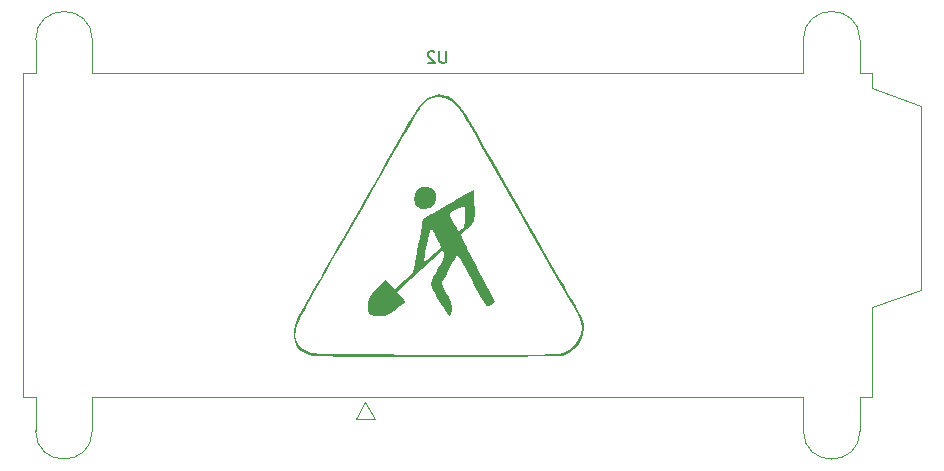
<source format=gbr>
%TF.GenerationSoftware,KiCad,Pcbnew,8.0.9-8.0.9-0~ubuntu24.04.1*%
%TF.CreationDate,2025-02-24T19:57:28+02:00*%
%TF.ProjectId,LRL5,4c524c35-2e6b-4696-9361-645f70636258,rev?*%
%TF.SameCoordinates,Original*%
%TF.FileFunction,Legend,Bot*%
%TF.FilePolarity,Positive*%
%FSLAX46Y46*%
G04 Gerber Fmt 4.6, Leading zero omitted, Abs format (unit mm)*
G04 Created by KiCad (PCBNEW 8.0.9-8.0.9-0~ubuntu24.04.1) date 2025-02-24 19:57:28*
%MOMM*%
%LPD*%
G01*
G04 APERTURE LIST*
%ADD10C,0.150000*%
%ADD11C,0.120000*%
%ADD12C,0.000000*%
G04 APERTURE END LIST*
D10*
X224361904Y-35654819D02*
X224361904Y-36464342D01*
X224361904Y-36464342D02*
X224314285Y-36559580D01*
X224314285Y-36559580D02*
X224266666Y-36607200D01*
X224266666Y-36607200D02*
X224171428Y-36654819D01*
X224171428Y-36654819D02*
X223980952Y-36654819D01*
X223980952Y-36654819D02*
X223885714Y-36607200D01*
X223885714Y-36607200D02*
X223838095Y-36559580D01*
X223838095Y-36559580D02*
X223790476Y-36464342D01*
X223790476Y-36464342D02*
X223790476Y-35654819D01*
X223361904Y-35750057D02*
X223314285Y-35702438D01*
X223314285Y-35702438D02*
X223219047Y-35654819D01*
X223219047Y-35654819D02*
X222980952Y-35654819D01*
X222980952Y-35654819D02*
X222885714Y-35702438D01*
X222885714Y-35702438D02*
X222838095Y-35750057D01*
X222838095Y-35750057D02*
X222790476Y-35845295D01*
X222790476Y-35845295D02*
X222790476Y-35940533D01*
X222790476Y-35940533D02*
X222838095Y-36083390D01*
X222838095Y-36083390D02*
X223409523Y-36654819D01*
X223409523Y-36654819D02*
X222790476Y-36654819D01*
D11*
%TO.C,U2*%
X188550000Y-37550000D02*
X188550000Y-64950000D01*
X188550000Y-64950000D02*
X189600000Y-64950000D01*
X189600000Y-34700000D02*
X189600000Y-37550000D01*
X189600000Y-37550000D02*
X188550000Y-37550000D01*
X189600000Y-64950000D02*
X189600000Y-67800000D01*
X194400000Y-37550000D02*
X194400000Y-34700000D01*
X194400000Y-64950000D02*
X254600000Y-64950000D01*
X194400000Y-67800000D02*
X194400000Y-64950000D01*
X216700000Y-66800000D02*
X217500000Y-65400000D01*
X216700000Y-66800000D02*
X218300000Y-66800000D01*
X217500000Y-65400000D02*
X218300000Y-66800000D01*
X254600000Y-34700000D02*
X254600000Y-37550000D01*
X254600000Y-37550000D02*
X194400000Y-37550000D01*
X254600000Y-64950000D02*
X254600000Y-67800000D01*
X259400000Y-37550000D02*
X259400000Y-34700000D01*
X259400000Y-64950000D02*
X260450000Y-64950000D01*
X259400000Y-67800000D02*
X259400000Y-64950000D01*
X260450000Y-37550000D02*
X259400000Y-37550000D01*
X260450000Y-38800000D02*
X260450000Y-37550000D01*
X260450000Y-57300000D02*
X264550000Y-55900000D01*
X260450000Y-64950000D02*
X260450000Y-57300000D01*
X264550000Y-40300000D02*
X260450000Y-38800000D01*
X264550000Y-55900000D02*
X264550000Y-40300000D01*
X189600000Y-34700000D02*
G75*
G02*
X194400000Y-34700000I2400000J0D01*
G01*
X194400000Y-67800000D02*
G75*
G02*
X189600000Y-67800000I-2400000J0D01*
G01*
X254600000Y-34700000D02*
G75*
G02*
X259400000Y-34700000I2400000J0D01*
G01*
X259400000Y-67800000D02*
G75*
G02*
X254600000Y-67800000I-2400000J0D01*
G01*
D12*
%TO.C,G\u002A\u002A\u002A*%
G36*
X223127439Y-47276431D02*
G01*
X223388279Y-47521590D01*
X223522908Y-47840540D01*
X223527557Y-48193079D01*
X223401794Y-48541034D01*
X223145186Y-48846229D01*
X222915664Y-48984138D01*
X222574160Y-49055426D01*
X222231718Y-49009126D01*
X221935954Y-48853640D01*
X221734484Y-48597366D01*
X221711449Y-48543515D01*
X221630088Y-48157632D01*
X221684096Y-47801330D01*
X221848981Y-47497833D01*
X222100250Y-47270369D01*
X222413410Y-47142163D01*
X222763971Y-47136442D01*
X223127439Y-47276431D01*
G37*
G36*
X226754939Y-49775659D02*
G01*
X226694630Y-50065779D01*
X226586234Y-50288459D01*
X226421609Y-50473224D01*
X226192616Y-50649599D01*
X226125530Y-50695446D01*
X225918599Y-50836005D01*
X225767007Y-50955123D01*
X225673274Y-51074426D01*
X225639919Y-51215542D01*
X225669459Y-51400098D01*
X225764415Y-51649721D01*
X225927304Y-51986038D01*
X226084665Y-52285894D01*
X226160646Y-52430677D01*
X226466959Y-53005263D01*
X226545821Y-53153886D01*
X226858177Y-53745831D01*
X227175816Y-54352329D01*
X227477423Y-54932426D01*
X227741685Y-55445170D01*
X227947288Y-55849608D01*
X228486975Y-56923550D01*
X228203994Y-57098442D01*
X228156103Y-57127053D01*
X227947570Y-57231208D01*
X227802439Y-57273334D01*
X227790491Y-57269786D01*
X227696011Y-57167803D01*
X227548758Y-56944250D01*
X227364792Y-56625061D01*
X227160170Y-56236167D01*
X226843146Y-55615455D01*
X226526028Y-55008298D01*
X226225663Y-54446239D01*
X225951911Y-53946987D01*
X225714635Y-53528254D01*
X225523698Y-53207748D01*
X225388962Y-53003180D01*
X225320290Y-52932260D01*
X225304422Y-52941958D01*
X225214336Y-53059941D01*
X225071185Y-53287355D01*
X224891924Y-53593161D01*
X224693504Y-53946321D01*
X224492877Y-54315796D01*
X224306997Y-54670549D01*
X224152816Y-54979541D01*
X224047286Y-55211734D01*
X224007361Y-55336089D01*
X224015751Y-55381829D01*
X224088091Y-55566982D01*
X224218767Y-55837393D01*
X224388583Y-56151978D01*
X224490461Y-56338440D01*
X224733615Y-56872988D01*
X224858745Y-57322431D01*
X224863825Y-57676734D01*
X224746829Y-57925865D01*
X224573979Y-58112731D01*
X223984205Y-57163865D01*
X223920235Y-57060796D01*
X223615021Y-56562420D01*
X223390184Y-56179390D01*
X223234626Y-55889771D01*
X223137251Y-55671631D01*
X223086964Y-55503034D01*
X223072667Y-55362047D01*
X223078915Y-55318457D01*
X223147605Y-55117981D01*
X223280125Y-54816422D01*
X223461468Y-54446595D01*
X223676632Y-54041310D01*
X223888133Y-53653870D01*
X224057374Y-53329231D01*
X224161288Y-53101345D01*
X224210156Y-52943693D01*
X224214261Y-52829756D01*
X224183886Y-52733015D01*
X224087175Y-52520758D01*
X223347088Y-53176422D01*
X223124976Y-53374316D01*
X222743869Y-53716665D01*
X222304763Y-54113440D01*
X221845946Y-54530024D01*
X221405705Y-54931797D01*
X220204410Y-56031509D01*
X220540108Y-56412881D01*
X220687834Y-56590722D01*
X220813246Y-56767339D01*
X220852403Y-56861815D01*
X220835942Y-56891470D01*
X220706994Y-57029876D01*
X220486763Y-57222646D01*
X220212572Y-57440820D01*
X219921746Y-57655437D01*
X219651607Y-57837538D01*
X219439478Y-57958161D01*
X219400224Y-57976300D01*
X219133968Y-58073508D01*
X218862796Y-58109489D01*
X218506606Y-58096087D01*
X218316220Y-58076919D01*
X218017470Y-58007575D01*
X217842104Y-57872641D01*
X217759407Y-57639258D01*
X217738667Y-57274572D01*
X217761757Y-57003159D01*
X217932812Y-56490186D01*
X218271310Y-55978311D01*
X218778191Y-55465903D01*
X219267381Y-55041370D01*
X219641899Y-55408931D01*
X220016416Y-55776492D01*
X220349633Y-55487746D01*
X220443722Y-55406906D01*
X220746113Y-55152576D01*
X221033716Y-54916850D01*
X221157589Y-54812165D01*
X221368234Y-54611002D01*
X221503219Y-54451183D01*
X221543783Y-54340256D01*
X221610808Y-54079918D01*
X221695960Y-53698762D01*
X221744264Y-53463590D01*
X222498618Y-53463590D01*
X222556287Y-53441834D01*
X222711033Y-53333167D01*
X222930902Y-53161556D01*
X223184336Y-52953474D01*
X223439777Y-52735394D01*
X223665666Y-52533789D01*
X223830444Y-52375132D01*
X223902554Y-52285894D01*
X223888789Y-52212976D01*
X223815922Y-52012077D01*
X223694260Y-51721457D01*
X223537722Y-51375839D01*
X223432753Y-51154667D01*
X223285735Y-50864595D01*
X223183973Y-50702249D01*
X223114796Y-50649142D01*
X223065538Y-50686789D01*
X223046261Y-50735003D01*
X222988893Y-50938204D01*
X222911825Y-51258327D01*
X222822740Y-51662656D01*
X222729321Y-52118475D01*
X222680016Y-52371376D01*
X222601905Y-52788621D01*
X222542215Y-53129680D01*
X222506076Y-53364641D01*
X222498618Y-53463590D01*
X221744264Y-53463590D01*
X221794073Y-53221095D01*
X221899980Y-52671228D01*
X222008516Y-52073468D01*
X222107974Y-51512572D01*
X222203487Y-50981068D01*
X222286145Y-50528483D01*
X222351891Y-50176792D01*
X222396669Y-49947968D01*
X222416421Y-49863987D01*
X222424299Y-49858529D01*
X222560039Y-49774583D01*
X222813181Y-49624823D01*
X223066361Y-49477348D01*
X224664840Y-49477348D01*
X224702952Y-49659045D01*
X224829662Y-49925309D01*
X225038704Y-50309500D01*
X225092349Y-50406315D01*
X225247439Y-50670152D01*
X225369260Y-50854189D01*
X225435146Y-50923334D01*
X225450264Y-50919287D01*
X225563510Y-50838230D01*
X225723827Y-50685867D01*
X225746882Y-50661595D01*
X225842650Y-50546342D01*
X225902667Y-50421695D01*
X225935246Y-50247673D01*
X225948697Y-49984298D01*
X225951334Y-49591587D01*
X225951334Y-48734773D01*
X225276059Y-49045887D01*
X225144757Y-49106067D01*
X224879476Y-49234219D01*
X224721592Y-49346860D01*
X224664840Y-49477348D01*
X223066361Y-49477348D01*
X223157161Y-49424458D01*
X223565410Y-49188700D01*
X224011365Y-48932759D01*
X224468458Y-48671846D01*
X224910123Y-48421171D01*
X225309795Y-48195945D01*
X225640907Y-48011378D01*
X225876893Y-47882680D01*
X226691453Y-47448598D01*
X226751871Y-48621253D01*
X226763855Y-48875002D01*
X226775300Y-49388575D01*
X226764621Y-49591587D01*
X226754939Y-49775659D01*
G37*
G36*
X235998454Y-59226664D02*
G01*
X235942953Y-59597080D01*
X235851060Y-59916045D01*
X235582722Y-60440351D01*
X235203113Y-60892887D01*
X234741787Y-61241637D01*
X234228298Y-61454586D01*
X234178073Y-61461176D01*
X233960833Y-61472887D01*
X233593813Y-61483754D01*
X233089759Y-61493767D01*
X232461422Y-61502919D01*
X231721550Y-61511201D01*
X230882891Y-61518604D01*
X229958195Y-61525120D01*
X228960208Y-61530739D01*
X227901681Y-61535455D01*
X226795361Y-61539257D01*
X225653998Y-61542137D01*
X224490339Y-61544087D01*
X223317134Y-61545099D01*
X222147131Y-61545162D01*
X220993079Y-61544270D01*
X219867725Y-61542413D01*
X218783820Y-61539583D01*
X217754110Y-61535771D01*
X216791346Y-61530968D01*
X215908275Y-61525166D01*
X215117646Y-61518357D01*
X214432208Y-61510532D01*
X213864709Y-61501681D01*
X213427898Y-61491797D01*
X213134524Y-61480872D01*
X212997334Y-61468895D01*
X212577744Y-61337471D01*
X212100377Y-61060375D01*
X211754603Y-60678838D01*
X211544297Y-60197560D01*
X211502140Y-59855186D01*
X211604787Y-59855186D01*
X211726634Y-60320115D01*
X211995269Y-60703686D01*
X212407413Y-61001009D01*
X212959787Y-61207197D01*
X213048807Y-61225989D01*
X213174860Y-61243943D01*
X213342550Y-61260020D01*
X213560997Y-61274352D01*
X213839323Y-61287069D01*
X214186649Y-61298302D01*
X214612097Y-61308183D01*
X215124787Y-61316841D01*
X215733840Y-61324408D01*
X216448379Y-61331015D01*
X217277524Y-61336792D01*
X218230396Y-61341870D01*
X219316116Y-61346379D01*
X220543807Y-61350452D01*
X221922588Y-61354218D01*
X223461581Y-61357809D01*
X224207728Y-61359286D01*
X225479399Y-61361086D01*
X226702381Y-61361924D01*
X227865708Y-61361836D01*
X228958410Y-61360855D01*
X229969522Y-61359016D01*
X230888074Y-61356354D01*
X231703100Y-61352904D01*
X232403632Y-61348700D01*
X232978702Y-61343777D01*
X233417342Y-61338169D01*
X233708585Y-61331911D01*
X233841464Y-61325038D01*
X234268185Y-61223155D01*
X234790071Y-60969998D01*
X235222722Y-60607237D01*
X235550156Y-60158382D01*
X235756390Y-59646942D01*
X235825442Y-59096428D01*
X235741329Y-58530349D01*
X235732498Y-58500689D01*
X235675929Y-58331689D01*
X235600926Y-58148598D01*
X235496024Y-57929575D01*
X235349756Y-57652778D01*
X235150659Y-57296366D01*
X234887265Y-56838499D01*
X234548109Y-56257334D01*
X234419839Y-56038034D01*
X234038747Y-55383577D01*
X233591159Y-54611547D01*
X233089336Y-53743302D01*
X232545542Y-52800203D01*
X231972039Y-51803607D01*
X231381091Y-50774873D01*
X230784961Y-49735360D01*
X230195911Y-48706427D01*
X229626205Y-47709433D01*
X229088106Y-46765735D01*
X228593876Y-45896694D01*
X228155779Y-45123667D01*
X227688626Y-44297744D01*
X227241234Y-43507794D01*
X226862891Y-42841775D01*
X226546138Y-42287284D01*
X226283518Y-41831919D01*
X226067570Y-41463280D01*
X225890836Y-41168964D01*
X225745858Y-40936569D01*
X225625176Y-40753695D01*
X225521332Y-40607939D01*
X225426867Y-40486899D01*
X225334323Y-40378175D01*
X225236240Y-40269364D01*
X225192393Y-40222294D01*
X224748404Y-39843683D01*
X224275284Y-39621679D01*
X223749348Y-39544738D01*
X223644750Y-39546657D01*
X223137283Y-39652275D01*
X222671855Y-39903089D01*
X222288224Y-40279116D01*
X222249893Y-40334854D01*
X222120384Y-40541528D01*
X221922507Y-40869279D01*
X221666194Y-41301230D01*
X221361379Y-41820504D01*
X221017995Y-42410222D01*
X220645975Y-43053505D01*
X220255251Y-43733478D01*
X219967431Y-44235957D01*
X218998033Y-45928212D01*
X218108237Y-47481441D01*
X217294588Y-48901873D01*
X216553627Y-50195737D01*
X215881898Y-51369264D01*
X215275944Y-52428683D01*
X214732308Y-53380224D01*
X214247533Y-54230116D01*
X213818161Y-54984589D01*
X213440736Y-55649873D01*
X213111801Y-56232198D01*
X212827898Y-56737793D01*
X212585571Y-57172888D01*
X212381363Y-57543713D01*
X212211816Y-57856497D01*
X212073473Y-58117470D01*
X211962879Y-58332862D01*
X211876574Y-58508902D01*
X211811103Y-58651821D01*
X211763009Y-58767848D01*
X211728834Y-58863212D01*
X211705121Y-58944144D01*
X211688413Y-59016873D01*
X211675254Y-59087628D01*
X211662186Y-59162640D01*
X211645753Y-59248138D01*
X211633007Y-59313787D01*
X211604787Y-59855186D01*
X211502140Y-59855186D01*
X211473334Y-59621238D01*
X211482704Y-59333609D01*
X211532226Y-58963448D01*
X211635322Y-58591841D01*
X211804257Y-58185479D01*
X212051297Y-57711052D01*
X212388706Y-57135250D01*
X212453112Y-57028544D01*
X212716235Y-56585925D01*
X213031381Y-56047982D01*
X213375010Y-55455261D01*
X213723582Y-54848308D01*
X214053558Y-54267667D01*
X214392058Y-53668890D01*
X214787588Y-52970400D01*
X215225186Y-52198576D01*
X215696998Y-51367207D01*
X216195173Y-50490081D01*
X216711858Y-49580985D01*
X217239200Y-48653707D01*
X217769347Y-47722036D01*
X218294447Y-46799759D01*
X218806647Y-45900664D01*
X219298094Y-45038539D01*
X219760936Y-44227173D01*
X220187320Y-43480352D01*
X220569395Y-42811865D01*
X220899307Y-42235499D01*
X221169204Y-41765043D01*
X221371234Y-41414285D01*
X221497544Y-41197012D01*
X221539158Y-41126962D01*
X221967517Y-40484695D01*
X222396518Y-39980616D01*
X222816798Y-39624360D01*
X223218993Y-39425563D01*
X223491876Y-39354597D01*
X223734640Y-39331740D01*
X223995000Y-39365838D01*
X224343117Y-39458977D01*
X224474942Y-39502354D01*
X224739057Y-39627921D01*
X225000670Y-39820742D01*
X225310984Y-40115552D01*
X225348555Y-40154229D01*
X225632036Y-40473172D01*
X225896839Y-40811592D01*
X226090010Y-41102408D01*
X226120188Y-41155312D01*
X226239517Y-41364706D01*
X226433404Y-41705057D01*
X226695741Y-42165638D01*
X227020418Y-42735722D01*
X227401326Y-43404583D01*
X227832358Y-44161493D01*
X228307405Y-44995725D01*
X228820357Y-45896552D01*
X229365106Y-46853247D01*
X229935544Y-47855083D01*
X230525561Y-48891334D01*
X230793016Y-49360974D01*
X231382357Y-50395142D01*
X231953237Y-51395991D01*
X232499135Y-52352135D01*
X233013527Y-53252183D01*
X233489890Y-54084748D01*
X233921702Y-54838439D01*
X234302439Y-55501868D01*
X234625579Y-56063646D01*
X234884598Y-56512384D01*
X235072973Y-56836693D01*
X235184182Y-57025184D01*
X235230450Y-57102170D01*
X235553462Y-57665114D01*
X235782766Y-58128518D01*
X235927364Y-58522900D01*
X235996258Y-58878776D01*
X235997632Y-59096428D01*
X235998454Y-59226664D01*
G37*
%TD*%
M02*

</source>
